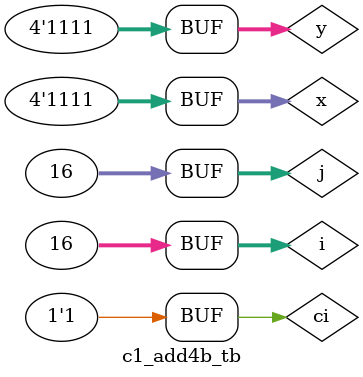
<source format=v>

module c1_add4b(input [3:0] x, y, input ci, output [3:0] z);
    wire [4:0] sum;
    assign sum = x + y + ci;
    assign z = sum[3:0] + sum[4];
endmodule

module c1_add4b_tb;
    reg [3:0] x, y;      
    reg ci;              
    wire [3:0] z;        
    
    c1_add4b uut(.x(x), .y(y), .ci(ci), .z(z));
    
    integer i, j;

    initial begin
        $display("Time\tX\tY\tCI\tZ");
        $monitor("%4t\t%b\t%b\t%b\t%b", $time, x, y, ci, z);
        
        for (i = 0; i < 16; i = i + 1) begin
            for (j = 0; j < 16; j = j + 1) begin
                x = i;
                y = j;
                ci = 0; 
                #5;     
                ci = 1;  
                #5;     
            end
        end
    end
endmodule


</source>
